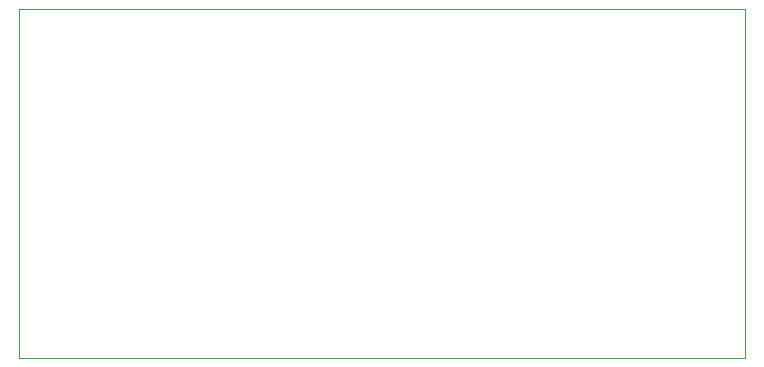
<source format=gbr>
%TF.GenerationSoftware,KiCad,Pcbnew,(6.0.5)*%
%TF.CreationDate,2022-06-06T17:11:40-06:00*%
%TF.ProjectId,21Pin_Fanout,32315069-6e5f-4466-916e-6f75742e6b69,rev?*%
%TF.SameCoordinates,Original*%
%TF.FileFunction,Profile,NP*%
%FSLAX46Y46*%
G04 Gerber Fmt 4.6, Leading zero omitted, Abs format (unit mm)*
G04 Created by KiCad (PCBNEW (6.0.5)) date 2022-06-06 17:11:40*
%MOMM*%
%LPD*%
G01*
G04 APERTURE LIST*
%TA.AperFunction,Profile*%
%ADD10C,0.100000*%
%TD*%
G04 APERTURE END LIST*
D10*
X-30000000Y-6500000D02*
X-31000000Y-6500000D01*
X30000000Y23000000D02*
X-31500000Y23000000D01*
X30000000Y-6500000D02*
X30000000Y23000000D01*
X-31500000Y23000000D02*
X-31500000Y-6500000D01*
X-31500000Y-6500000D02*
X-31000000Y-6500000D01*
X0Y-6500000D02*
X-30000000Y-6500000D01*
X0Y-6500000D02*
X30000000Y-6500000D01*
M02*

</source>
